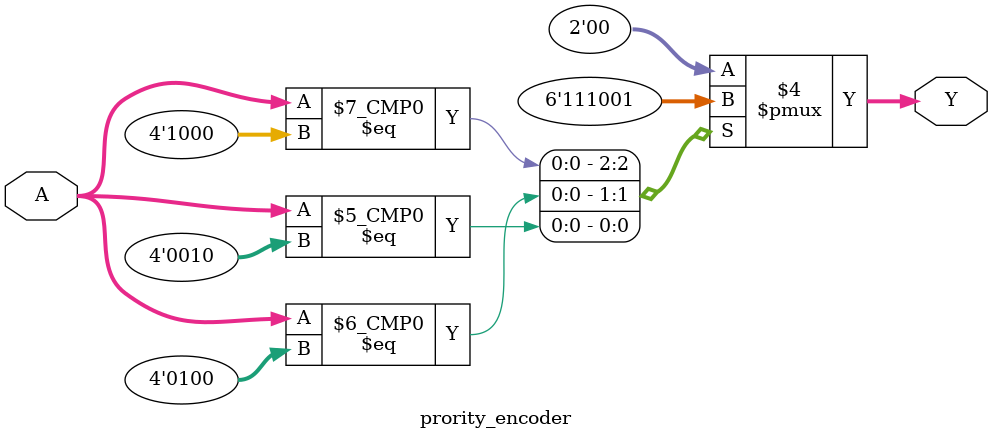
<source format=sv>
`timescale 1ns / 1ps


module prority_encoder
#(
    parameter N = 4
)
(
    input logic [N-1:0] A,
    output logic [$clog2(N)-1:0] Y //bildiğimiz 2 tabanlı logaritmadır. Özellikle büyük bitlerle çalışırken sayıyı hesaplamamıza gerek kalmaz.
    );

    always_comb 
    begin
        priority case (A)
            4'b1000 : Y = 2'b11; // A[3]
            4'b0100 : Y = 2'b10; // A[2]
            4'b0010 : Y = 2'b01; // A[1]
            4'b0001 : Y = 2'b00; // A[0]
            default : Y = 2'b00;
        endcase
    end
endmodule

</source>
